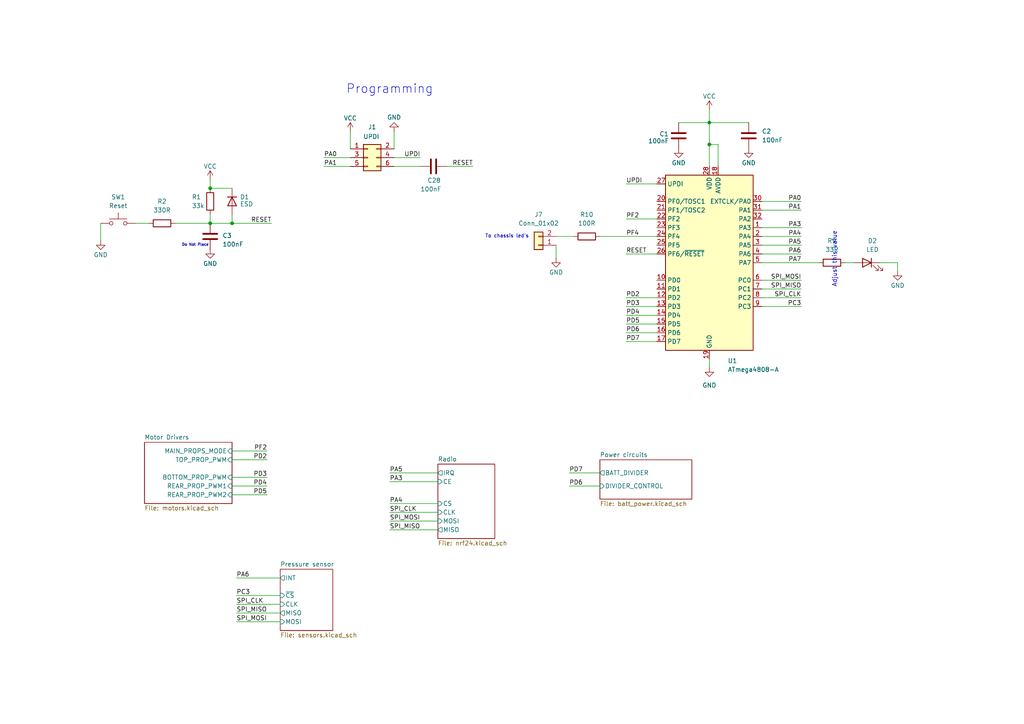
<source format=kicad_sch>
(kicad_sch (version 20231120) (generator "eeschema") (generator_version "8.0")
  (paper "A4")
  (lib_symbols
    (symbol "Connector_Generic:Conn_01x02" (pin_names (offset 1.016) hide)
      (property "Reference" "J" (at 0 2.54 0))
      (property "Value" "Conn_01x02" (at 0 -5.08 0))
      (symbol "Conn_01x02_1_1"
        (rectangle (start -1.27 -2.413) (end 0 -2.667) (stroke (width 0.1524)))
        (rectangle (start -1.27 0.127) (end 0 -0.127) (stroke (width 0.1524)))
        (rectangle (start -1.27 1.27) (end 1.27 -3.81) (stroke (width 0.254)) (fill (type background)))
        (pin passive line (at -5.08 0 0) (length 3.81) (name "Pin_1") (number "1"))
        (pin passive line (at -5.08 -2.54 0) (length 3.81) (name "Pin_2") (number "2"))
      )
    )
    (symbol "Connector_Generic:Conn_02x03_Odd_Even" (pin_names (offset 1.016) hide)
      (property "Reference" "J" (at 1.27 5.08 0))
      (property "Value" "Conn_02x03_Odd_Even" (at 1.27 -5.08 0))
      (symbol "Conn_02x03_Odd_Even_1_1"
        (rectangle (start -1.27 -2.413) (end 0 -2.667) (stroke (width 0.1524)))
        (rectangle (start -1.27 0.127) (end 0 -0.127) (stroke (width 0.1524)))
        (rectangle (start -1.27 2.667) (end 0 2.413) (stroke (width 0.1524)))
        (rectangle (start -1.27 3.81) (end 3.81 -3.81) (stroke (width 0.254)) (fill (type background)))
        (rectangle (start 3.81 -2.413) (end 2.54 -2.667) (stroke (width 0.1524)))
        (rectangle (start 3.81 0.127) (end 2.54 -0.127) (stroke (width 0.1524)))
        (rectangle (start 3.81 2.667) (end 2.54 2.413) (stroke (width 0.1524)))
        (pin passive line (at -5.08 2.54 0) (length 3.81) (name "Pin_1") (number "1"))
        (pin passive line (at 7.62 2.54 180) (length 3.81) (name "Pin_2") (number "2"))
        (pin passive line (at -5.08 0 0) (length 3.81) (name "Pin_3") (number "3"))
        (pin passive line (at 7.62 0 180) (length 3.81) (name "Pin_4") (number "4"))
        (pin passive line (at -5.08 -2.54 0) (length 3.81) (name "Pin_5") (number "5"))
        (pin passive line (at 7.62 -2.54 180) (length 3.81) (name "Pin_6") (number "6"))
      )
    )
    (symbol "Device:C" (pin_numbers hide) (pin_names (offset 0.254))
      (property "Reference" "C" (at 0.635 2.54 0))
      (property "Value" "C" (at 0.635 -2.54 0))
      (symbol "C_0_1"
        (polyline (pts (xy -2.032 -0.762) (xy 2.032 -0.762)) (stroke (width 0.508)))
        (polyline (pts (xy -2.032 0.762) (xy 2.032 0.762)) (stroke (width 0.508)))
      )
      (symbol "C_1_1"
        (pin passive line (at 0 3.81 270) (length 2.794) (name "~") (number "1"))
        (pin passive line (at 0 -3.81 90) (length 2.794) (name "~") (number "2"))
      )
    )
    (symbol "Device:D" (pin_numbers hide) (pin_names (offset 1.016) hide)
      (property "Reference" "D" (at 0 2.54 0))
      (property "Value" "D" (at 0 -2.54 0))
      (symbol "D_0_1"
        (polyline (pts (xy -1.27 1.27) (xy -1.27 -1.27)) (stroke (width 0.254)))
        (polyline (pts (xy 1.27 0) (xy -1.27 0)))
        (polyline (pts (xy 1.27 1.27) (xy 1.27 -1.27) (xy -1.27 0) (xy 1.27 1.27)) (stroke (width 0.254)))
      )
      (symbol "D_1_1"
        (pin passive line (at -3.81 0 0) (length 2.54) (name "K") (number "1"))
        (pin passive line (at 3.81 0 180) (length 2.54) (name "A") (number "2"))
      )
    )
    (symbol "Device:LED" (pin_numbers hide) (pin_names (offset 1.016) hide)
      (property "Reference" "D" (at 0 2.54 0))
      (property "Value" "LED" (at 0 -2.54 0))
      (symbol "LED_0_1"
        (polyline (pts (xy -1.27 -1.27) (xy -1.27 1.27)) (stroke (width 0.254)))
        (polyline (pts (xy -1.27 0) (xy 1.27 0)))
        (polyline (pts (xy 1.27 -1.27) (xy 1.27 1.27) (xy -1.27 0) (xy 1.27 -1.27)) (stroke (width 0.254)))
        (polyline (pts (xy -3.048 -0.762) (xy -4.572 -2.286) (xy -3.81 -2.286) (xy -4.572 -2.286) (xy -4.572 -1.524)))
        (polyline (pts (xy -1.778 -0.762) (xy -3.302 -2.286) (xy -2.54 -2.286) (xy -3.302 -2.286) (xy -3.302 -1.524)))
      )
      (symbol "LED_1_1"
        (pin passive line (at -3.81 0 0) (length 2.54) (name "K") (number "1"))
        (pin passive line (at 3.81 0 180) (length 2.54) (name "A") (number "2"))
      )
    )
    (symbol "Device:R" (pin_numbers hide) (pin_names (offset 0))
      (property "Reference" "R" (at 2.032 0 90))
      (property "Value" "R" (at 0 0 90))
      (symbol "R_0_1"
        (rectangle (start -1.016 -2.54) (end 1.016 2.54) (stroke (width 0.254)))
      )
      (symbol "R_1_1"
        (pin passive line (at 0 3.81 270) (length 1.27) (name "~") (number "1"))
        (pin passive line (at 0 -3.81 90) (length 1.27) (name "~") (number "2"))
      )
    )
    (symbol "MCU_Microchip_ATmega:ATmega4808-A"
      (property "Reference" "U" (at -12.7 26.67 0))
      (property "Value" "ATmega4808-A" (at 2.54 -26.67 0))
      (symbol "ATmega4808-A_0_1"
        (rectangle (start -12.7 -25.4) (end 12.7 25.4) (stroke (width 0.254)) (fill (type background)))
      )
      (symbol "ATmega4808-A_1_1"
        (pin bidirectional line (at 15.24 10.16 180) (length 2.54) (name "PA3") (number "1"))
        (pin bidirectional line (at -15.24 -5.08 0) (length 2.54) (name "PD0") (number "10"))
        (pin bidirectional line (at -15.24 -7.62 0) (length 2.54) (name "PD1") (number "11"))
        (pin bidirectional line (at -15.24 -10.16 0) (length 2.54) (name "PD2") (number "12"))
        (pin bidirectional line (at -15.24 -12.7 0) (length 2.54) (name "PD3") (number "13"))
        (pin bidirectional line (at -15.24 -15.24 0) (length 2.54) (name "PD4") (number "14"))
        (pin bidirectional line (at -15.24 -17.78 0) (length 2.54) (name "PD5") (number "15"))
        (pin bidirectional line (at -15.24 -20.32 0) (length 2.54) (name "PD6") (number "16"))
        (pin bidirectional line (at -15.24 -22.86 0) (length 2.54) (name "PD7") (number "17"))
        (pin power_in line (at 2.54 27.94 270) (length 2.54) (name "AVDD") (number "18"))
        (pin power_in line (at 0 -27.94 90) (length 2.54) (name "GND") (number "19"))
        (pin bidirectional line (at 15.24 7.62 180) (length 2.54) (name "PA4") (number "2"))
        (pin bidirectional line (at -15.24 17.78 0) (length 2.54) (name "PF0/TOSC1") (number "20"))
        (pin bidirectional line (at -15.24 15.24 0) (length 2.54) (name "PF1/TOSC2") (number "21"))
        (pin bidirectional line (at -15.24 12.7 0) (length 2.54) (name "PF2") (number "22"))
        (pin bidirectional line (at -15.24 10.16 0) (length 2.54) (name "PF3") (number "23"))
        (pin bidirectional line (at -15.24 7.62 0) (length 2.54) (name "PF4") (number "24"))
        (pin bidirectional line (at -15.24 5.08 0) (length 2.54) (name "PF5") (number "25"))
        (pin bidirectional line (at -15.24 2.54 0) (length 2.54) (name "PF6/~{RESET}") (number "26"))
        (pin bidirectional line (at -15.24 22.86 0) (length 2.54) (name "UPDI") (number "27"))
        (pin power_in line (at 0 27.94 270) (length 2.54) (name "VDD") (number "28"))
        (pin passive line (at 0 -27.94 90) (length 2.54) hide (name "GND") (number "29"))
        (pin bidirectional line (at 15.24 5.08 180) (length 2.54) (name "PA5") (number "3"))
        (pin bidirectional line (at 15.24 17.78 180) (length 2.54) (name "EXTCLK/PA0") (number "30"))
        (pin bidirectional line (at 15.24 15.24 180) (length 2.54) (name "PA1") (number "31"))
        (pin bidirectional line (at 15.24 12.7 180) (length 2.54) (name "PA2") (number "32"))
        (pin bidirectional line (at 15.24 2.54 180) (length 2.54) (name "PA6") (number "4"))
        (pin bidirectional line (at 15.24 0 180) (length 2.54) (name "PA7") (number "5"))
        (pin bidirectional line (at 15.24 -5.08 180) (length 2.54) (name "PC0") (number "6"))
        (pin bidirectional line (at 15.24 -7.62 180) (length 2.54) (name "PC1") (number "7"))
        (pin bidirectional line (at 15.24 -10.16 180) (length 2.54) (name "PC2") (number "8"))
        (pin bidirectional line (at 15.24 -12.7 180) (length 2.54) (name "PC3") (number "9"))
      )
    )
    (symbol "Switch:SW_Push" (pin_numbers hide) (pin_names (offset 1.016) hide)
      (property "Reference" "SW" (at 1.27 2.54 0))
      (property "Value" "SW_Push" (at 0 -1.524 0))
      (symbol "SW_Push_0_1"
        (circle (center -2.032 0) (radius 0.508))
        (polyline (pts (xy 0 1.27) (xy 0 3.048)))
        (polyline (pts (xy 2.54 1.27) (xy -2.54 1.27)))
        (circle (center 2.032 0) (radius 0.508))
        (pin passive line (at -5.08 0 0) (length 2.54) (name "1") (number "1"))
        (pin passive line (at 5.08 0 180) (length 2.54) (name "2") (number "2"))
      )
    )
    (symbol "power:GND" (power) (pin_numbers hide) (pin_names (offset 0) hide)
      (property "Value" "GND" (at 0 -3.81 0))
      (symbol "GND_0_1"
        (polyline (pts (xy 0 0) (xy 0 -1.27) (xy 1.27 -1.27) (xy 0 -2.54) (xy -1.27 -1.27) (xy 0 -1.27)))
      )
      (symbol "GND_1_1"
        (pin power_in line (at 0 0 270) (length 0) (name "~") (number "1"))
      )
    )
    (symbol "power:VCC" (power) (pin_numbers hide) (pin_names (offset 0) hide)
      (property "Value" "VCC" (at 0 3.556 0))
      (symbol "VCC_0_1"
        (polyline (pts (xy -0.762 1.27) (xy 0 2.54)))
        (polyline (pts (xy 0 0) (xy 0 2.54)))
        (polyline (pts (xy 0 2.54) (xy 0.762 1.27)))
      )
      (symbol "VCC_1_1"
        (pin power_in line (at 0 0 90) (length 0) (name "~") (number "1"))
      )
    )
  )
  (junction (at 67.31 64.77))
  (junction (at 205.74 41.91))
  (junction (at 205.74 35.56))
  (junction (at 60.96 64.77))
  (junction (at 60.96 54.61))
  (wire (pts (xy 205.74 35.56) (xy 217.17 35.56)))
  (wire (pts (xy 60.96 52.07) (xy 60.96 54.61)))
  (wire (pts (xy 181.61 88.9) (xy 190.5 88.9)))
  (wire (pts (xy 101.6 48.26) (xy 93.98 48.26)))
  (wire (pts (xy 220.98 88.9) (xy 232.41 88.9)))
  (wire (pts (xy 50.8 64.77) (xy 60.96 64.77)))
  (wire (pts (xy 127 151.13) (xy 113.03 151.13)))
  (wire (pts (xy 68.58 172.72) (xy 81.28 172.72)))
  (wire (pts (xy 68.58 167.64) (xy 81.28 167.64)))
  (wire (pts (xy 67.31 64.77) (xy 78.74 64.77)))
  (wire (pts (xy 220.98 66.04) (xy 232.41 66.04)))
  (wire (pts (xy 181.61 53.34) (xy 190.5 53.34)))
  (wire (pts (xy 205.74 35.56) (xy 205.74 41.91)))
  (wire (pts (xy 220.98 68.58) (xy 232.41 68.58)))
  (wire (pts (xy 113.03 139.7) (xy 127 139.7)))
  (wire (pts (xy 121.92 45.72) (xy 114.3 45.72)))
  (wire (pts (xy 60.96 54.61) (xy 67.31 54.61)))
  (wire (pts (xy 205.74 104.14) (xy 205.74 106.68)))
  (wire (pts (xy 220.98 86.36) (xy 232.41 86.36)))
  (wire (pts (xy 208.28 48.26) (xy 208.28 41.91)))
  (wire (pts (xy 39.37 64.77) (xy 43.18 64.77)))
  (wire (pts (xy 205.74 31.75) (xy 205.74 35.56)))
  (wire (pts (xy 247.65 76.2) (xy 245.11 76.2)))
  (wire (pts (xy 113.03 148.59) (xy 127 148.59)))
  (wire (pts (xy 220.98 58.42) (xy 232.41 58.42)))
  (wire (pts (xy 220.98 73.66) (xy 232.41 73.66)))
  (wire (pts (xy 137.16 48.26) (xy 129.54 48.26)))
  (wire (pts (xy 113.03 137.16) (xy 127 137.16)))
  (wire (pts (xy 67.31 143.51) (xy 77.47 143.51)))
  (wire (pts (xy 68.58 180.34) (xy 81.28 180.34)))
  (wire (pts (xy 67.31 130.81) (xy 77.47 130.81)))
  (wire (pts (xy 29.21 64.77) (xy 29.21 69.85)))
  (wire (pts (xy 181.61 63.5) (xy 190.5 63.5)))
  (wire (pts (xy 68.58 175.26) (xy 81.28 175.26)))
  (wire (pts (xy 220.98 81.28) (xy 232.41 81.28)))
  (wire (pts (xy 220.98 76.2) (xy 237.49 76.2)))
  (wire (pts (xy 181.61 91.44) (xy 190.5 91.44)))
  (wire (pts (xy 101.6 38.1) (xy 101.6 43.18)))
  (wire (pts (xy 161.29 68.58) (xy 166.37 68.58)))
  (wire (pts (xy 220.98 83.82) (xy 232.41 83.82)))
  (wire (pts (xy 60.96 64.77) (xy 67.31 64.77)))
  (wire (pts (xy 220.98 71.12) (xy 232.41 71.12)))
  (wire (pts (xy 113.03 146.05) (xy 127 146.05)))
  (wire (pts (xy 181.61 86.36) (xy 190.5 86.36)))
  (wire (pts (xy 205.74 41.91) (xy 208.28 41.91)))
  (wire (pts (xy 113.03 153.67) (xy 127 153.67)))
  (wire (pts (xy 67.31 133.35) (xy 77.47 133.35)))
  (wire (pts (xy 220.98 60.96) (xy 232.41 60.96)))
  (wire (pts (xy 161.29 71.12) (xy 161.29 74.93)))
  (wire (pts (xy 181.61 96.52) (xy 190.5 96.52)))
  (wire (pts (xy 173.99 68.58) (xy 190.5 68.58)))
  (wire (pts (xy 60.96 62.23) (xy 60.96 64.77)))
  (wire (pts (xy 181.61 73.66) (xy 190.5 73.66)))
  (wire (pts (xy 260.35 76.2) (xy 260.35 78.74)))
  (wire (pts (xy 67.31 138.43) (xy 77.47 138.43)))
  (wire (pts (xy 68.58 177.8) (xy 81.28 177.8)))
  (wire (pts (xy 114.3 38.1) (xy 114.3 43.18)))
  (wire (pts (xy 121.92 48.26) (xy 114.3 48.26)))
  (wire (pts (xy 165.1 137.16) (xy 173.99 137.16)))
  (wire (pts (xy 196.85 35.56) (xy 205.74 35.56)))
  (wire (pts (xy 205.74 41.91) (xy 205.74 48.26)))
  (wire (pts (xy 181.61 93.98) (xy 190.5 93.98)))
  (wire (pts (xy 255.27 76.2) (xy 260.35 76.2)))
  (wire (pts (xy 101.6 45.72) (xy 93.98 45.72)))
  (wire (pts (xy 165.1 140.97) (xy 173.99 140.97)))
  (wire (pts (xy 67.31 62.23) (xy 67.31 64.77)))
  (wire (pts (xy 67.31 140.97) (xy 77.47 140.97)))
  (wire (pts (xy 181.61 99.06) (xy 190.5 99.06)))
  (text "Do Not Place" (at 56.642 71.12 0) (effects (font (size 0.762 0.762))))
  (text "Adjust this value" (at 242.062 75.184 90) (effects (font (size 1.27 1.27))))
  (text "To chassis led's" (at 147.066 68.58 0) (effects (font (size 1.016 1.016))))
  (text "Programming" (at 113.03 25.908 0) (effects (font (size 2.54 2.54))))
  (label "PD3" (at 181.61 88.9 0))
  (label "PA3" (at 232.41 66.04 180))
  (label "PC3" (at 68.58 172.72 0))
  (label "SPI_MISO" (at 232.41 83.82 180))
  (label "SPI_MOSI" (at 68.58 180.34 0))
  (label "PC3" (at 232.41 88.9 180))
  (label "PF2" (at 181.61 63.5 0))
  (label "RESET" (at 137.16 48.26 180))
  (label "PD4" (at 77.47 140.97 180))
  (label "SPI_MISO" (at 113.03 153.67 0))
  (label "PD4" (at 181.61 91.44 0))
  (label "PD7" (at 165.1 137.16 0))
  (label "PA4" (at 113.03 146.05 0))
  (label "PA1" (at 232.41 60.96 180))
  (label "PD5" (at 181.61 93.98 0))
  (label "PA7" (at 232.41 76.2 180))
  (label "PF4" (at 181.61 68.58 0))
  (label "SPI_MOSI" (at 113.03 151.13 0))
  (label "RESET" (at 78.74 64.77 180))
  (label "RESET" (at 181.61 73.66 0))
  (label "PD6" (at 181.61 96.52 0))
  (label "PA1" (at 93.98 48.26 0))
  (label "PD5" (at 77.47 143.51 180))
  (label "PA5" (at 232.41 71.12 180))
  (label "PA5" (at 113.03 137.16 0))
  (label "SPI_CLK" (at 232.41 86.36 180))
  (label "PA0" (at 232.41 58.42 180))
  (label "SPI_CLK" (at 68.58 175.26 0))
  (label "PA3" (at 113.03 139.7 0))
  (label "PA6" (at 68.58 167.64 0))
  (label "UPDI" (at 121.92 45.72 180))
  (label "PA4" (at 232.41 68.58 180))
  (label "UPDI" (at 181.61 53.34 0))
  (label "PF2" (at 77.47 130.81 180))
  (label "PD7" (at 181.61 99.06 0))
  (label "SPI_MOSI" (at 232.41 81.28 180))
  (label "PD6" (at 165.1 140.97 0))
  (label "PD2" (at 77.47 133.35 180))
  (label "SPI_MISO" (at 68.58 177.8 0))
  (label "PD2" (at 181.61 86.36 0))
  (label "PA0" (at 93.98 45.72 0))
  (label "SPI_CLK" (at 113.03 148.59 0))
  (label "PA6" (at 232.41 73.66 180))
  (label "PD3" (at 77.47 138.43 180))
  (symbol (lib_id "Connector_Generic:Conn_01x02") (at 156.21 71.12 180) (unit 1)
    (property "Reference" "J7" (at 156.21 62.23 0))
    (property "Value" "Conn_01x02" (at 156.21 64.77 0))
    (property "Description" "Generic connector, single row, 01x02, script generated (kicad-library-utils/schlib/autogen/connector/)" (effects (hide yes)))
  )
  (symbol (lib_id "power:GND") (at 217.17 43.18 0) (unit 1)
    (property "Reference" "#PWR03" (effects (hide yes)))
    (property "Value" "GND" (at 217.17 47.244 0))
    (property "Description" "Power symbol creates a global label with name \"GND\" , ground" (effects (hide yes)))
  )
  (symbol (lib_id "Device:D") (at 67.31 58.42 270) (unit 1)
    (property "Reference" "D1" (at 69.596 57.15 90) (effects (justify left)))
    (property "Value" "ESD" (at 69.596 59.1819 90) (effects (justify left)))
    (property "Description" "Diode" (effects (hide yes)))
    (property "Sim.Device" "D" (effects (hide yes)))
    (property "Sim.Pins" "1=K 2=A" (effects (hide yes)))
  )
  (symbol (lib_id "Device:C") (at 196.85 39.37 0) (unit 1)
    (property "Reference" "C1" (at 191.262 38.862 0) (effects (justify left)))
    (property "Value" "100nF" (at 187.96 40.894 0) (effects (justify left)))
    (property "Description" "Unpolarized capacitor" (effects (hide yes)))
  )
  (symbol (lib_id "power:VCC") (at 101.6 38.1 0) (mirror y) (unit 1)
    (property "Reference" "#PWR09" (effects (hide yes)))
    (property "Value" "VCC" (at 101.6 34.29 0))
    (property "Description" "Power symbol creates a global label with name \"VCC\"" (effects (hide yes)))
  )
  (symbol (lib_id "power:GND") (at 196.85 43.18 0) (unit 1)
    (property "Reference" "#PWR02" (effects (hide yes)))
    (property "Value" "GND" (at 196.85 47.244 0))
    (property "Description" "Power symbol creates a global label with name \"GND\" , ground" (effects (hide yes)))
  )
  (symbol (lib_id "Device:C") (at 60.96 68.58 0) (unit 1)
    (property "Reference" "C3" (at 64.516 68.326 0) (effects (justify left)))
    (property "Value" "100nF" (at 64.516 70.866 0) (effects (justify left)))
    (property "Description" "Unpolarized capacitor" (effects (hide yes)))
  )
  (symbol (lib_id "Device:C") (at 217.17 39.37 0) (unit 1)
    (property "Reference" "C2" (at 220.98 38.0999 0) (effects (justify left)))
    (property "Value" "100nF" (at 220.98 40.6399 0) (effects (justify left)))
    (property "Description" "Unpolarized capacitor" (effects (hide yes)))
  )
  (symbol (lib_id "power:GND") (at 205.74 106.68 0) (unit 1)
    (property "Reference" "#PWR01" (effects (hide yes)))
    (property "Value" "GND" (at 205.74 111.76 0))
    (property "Description" "Power symbol creates a global label with name \"GND\" , ground" (effects (hide yes)))
  )
  (symbol (lib_id "Device:R") (at 46.99 64.77 90) (unit 1)
    (property "Reference" "R2" (at 46.99 58.42 90))
    (property "Value" "330R" (at 46.99 60.96 90))
    (property "Description" "Resistor" (effects (hide yes)))
  )
  (symbol (lib_id "Device:R") (at 60.96 58.42 180) (unit 1)
    (property "Reference" "R1" (at 55.626 57.15 0) (effects (justify right)))
    (property "Value" "33k" (at 55.626 59.69 0) (effects (justify right)))
    (property "Description" "Resistor" (effects (hide yes)))
  )
  (symbol (lib_id "power:VCC") (at 205.74 31.75 0) (unit 1)
    (property "Reference" "#PWR04" (effects (hide yes)))
    (property "Value" "VCC" (at 205.74 27.94 0))
    (property "Description" "Power symbol creates a global label with name \"VCC\"" (effects (hide yes)))
  )
  (symbol (lib_id "Device:C") (at 125.73 48.26 270) (mirror x) (unit 1)
    (property "Reference" "C28" (at 123.952 52.324 90) (effects (justify left)))
    (property "Value" "100nF" (at 121.92 54.864 90) (effects (justify left)))
    (property "Description" "Unpolarized capacitor" (effects (hide yes)))
  )
  (symbol (lib_id "power:GND") (at 29.21 69.85 0) (unit 1)
    (property "Reference" "#PWR07" (effects (hide yes)))
    (property "Value" "GND" (at 29.21 73.914 0))
    (property "Description" "Power symbol creates a global label with name \"GND\" , ground" (effects (hide yes)))
  )
  (symbol (lib_id "power:GND") (at 114.3 38.1 0) (mirror x) (unit 1)
    (property "Reference" "#PWR08" (effects (hide yes)))
    (property "Value" "GND" (at 114.3 34.036 0))
    (property "Description" "Power symbol creates a global label with name \"GND\" , ground" (effects (hide yes)))
  )
  (symbol (lib_id "Connector_Generic:Conn_02x03_Odd_Even") (at 106.68 45.72 0) (unit 1)
    (property "Reference" "J1" (at 107.95 36.83 0))
    (property "Value" "UPDI" (at 107.696 39.624 0))
    (property "Description" "Generic connector, double row, 02x03, odd/even pin numbering scheme (row 1 odd numbers, row 2 even numbers), script generated (kicad-library-utils/schlib/autogen/connector/)" (effects (hide yes)))
  )
  (symbol (lib_id "Device:LED") (at 251.46 76.2 0) (mirror y) (unit 1)
    (property "Reference" "D2" (at 253.0475 69.85 0))
    (property "Value" "LED" (at 253.0475 72.39 0))
    (property "Description" "Light emitting diode" (effects (hide yes)))
  )
  (symbol (lib_id "Device:R") (at 170.18 68.58 90) (unit 1)
    (property "Reference" "R10" (at 170.18 62.23 90))
    (property "Value" "100R" (at 170.18 64.77 90))
    (property "Description" "Resistor" (effects (hide yes)))
  )
  (symbol (lib_id "power:GND") (at 60.96 72.39 0) (unit 1)
    (property "Reference" "#PWR06" (effects (hide yes)))
    (property "Value" "GND" (at 60.96 76.454 0))
    (property "Description" "Power symbol creates a global label with name \"GND\" , ground" (effects (hide yes)))
  )
  (symbol (lib_id "power:GND") (at 260.35 78.74 0) (unit 1)
    (property "Reference" "#PWR051" (effects (hide yes)))
    (property "Value" "GND" (at 260.35 82.804 0))
    (property "Description" "Power symbol creates a global label with name \"GND\" , ground" (effects (hide yes)))
  )
  (symbol (lib_id "power:VCC") (at 60.96 52.07 0) (unit 1)
    (property "Reference" "#PWR05" (effects (hide yes)))
    (property "Value" "VCC" (at 60.96 48.26 0))
    (property "Description" "Power symbol creates a global label with name \"VCC\"" (effects (hide yes)))
  )
  (symbol (lib_id "power:GND") (at 161.29 74.93 0) (mirror y) (unit 1)
    (property "Reference" "#PWR052" (effects (hide yes)))
    (property "Value" "GND" (at 161.29 78.994 0))
    (property "Description" "Power symbol creates a global label with name \"GND\" , ground" (effects (hide yes)))
  )
  (symbol (lib_id "Device:R") (at 241.3 76.2 270) (mirror x) (unit 1)
    (property "Reference" "R9" (at 241.3 69.85 90))
    (property "Value" "33R" (at 241.3 72.39 90))
    (property "Description" "Resistor" (effects (hide yes)))
  )
  (symbol (lib_id "Switch:SW_Push") (at 34.29 64.77 0) (unit 1)
    (property "Reference" "SW1" (at 34.29 57.15 0))
    (property "Value" "Reset" (at 34.29 59.69 0))
    (property "Description" "Push button switch, generic, two pins" (effects (hide yes)))
  )
  (symbol (lib_id "MCU_Microchip_ATmega:ATmega4808-A") (at 205.74 76.2 0) (unit 1)
    (property "Reference" "U1" (at 211.074 104.648 0) (effects (justify left)))
    (property "Value" "ATmega4808-A" (at 211.074 107.188 0) (effects (justify left)))
    (property "Footprint" "Package_QFP:TQFP-32_7x7mm_P0.8mm" (effects (hide yes)))
    (property "Datasheet" "http://ww1.microchip.com/downloads/en/DeviceDoc/40002017A.pdf" (effects (hide yes)))
    (property "Description" "20MHz, 48kB Flash, 6kB SRAM, 256B EEPROM, TQFP-32" (effects (hide yes)))
  )
  (sheet (at 127 134.62) (size 16.51 21.59) (stroke (width 0.1524))
    (property "Sheetname" "Radio" (at 127 133.9084 0) (effects (justify left bottom)))
    (property "Sheetfile" "nrf24.kicad_sch" (at 127 156.7946 0) (effects (justify left top)))
    (pin "CS" input (at 127 146.05 180))
    (pin "CLK" input (at 127 148.59 180))
    (pin "CE" input (at 127 139.7 180))
    (pin "IRQ" output (at 127 137.16 180))
    (pin "MOSI" input (at 127 151.13 180))
    (pin "MISO" output (at 127 153.67 180))
  )
  (sheet (at 81.28 165.1) (size 15.24 17.78) (stroke (width 0.1524))
    (property "Sheetname" "Pressure sensor" (at 81.28 164.3884 0) (effects (justify left bottom)))
    (property "Sheetfile" "sensors.kicad_sch" (at 81.28 183.4646 0) (effects (justify left top)))
    (pin "INT" output (at 81.28 167.64 180))
    (pin "MISO" output (at 81.28 177.8 180))
    (pin "~{CS}" input (at 81.28 172.72 180))
    (pin "CLK" input (at 81.28 175.26 180))
    (pin "MOSI" input (at 81.28 180.34 180))
  )
  (sheet (at 41.91 128.27) (size 25.4 17.78) (stroke (width 0.1524))
    (property "Sheetname" "Motor Drivers" (at 41.91 127.5584 0) (effects (justify left bottom)))
    (property "Sheetfile" "motors.kicad_sch" (at 41.91 146.6346 0) (effects (justify left top)))
    (pin "MAIN_PROPS_MODE" input (at 67.31 130.81 0))
    (pin "TOP_PROP_PWM" input (at 67.31 133.35 0))
    (pin "BOTTOM_PROP_PWM" input (at 67.31 138.43 0))
    (pin "REAR_PROP_PWM1" input (at 67.31 140.97 0))
    (pin "REAR_PROP_PWM2" input (at 67.31 143.51 0))
  )
  (sheet (at 173.99 133.35) (size 26.67 11.43) (stroke (width 0.1524))
    (property "Sheetname" "Power circuits" (at 173.99 132.6384 0) (effects (justify left bottom)))
    (property "Sheetfile" "batt_power.kicad_sch" (at 173.99 145.3646 0) (effects (justify left top)))
    (pin "DIVIDER_CONTROL" input (at 173.99 140.97 180))
    (pin "BATT_DIVIDER" output (at 173.99 137.16 180))
  )
)
</source>
